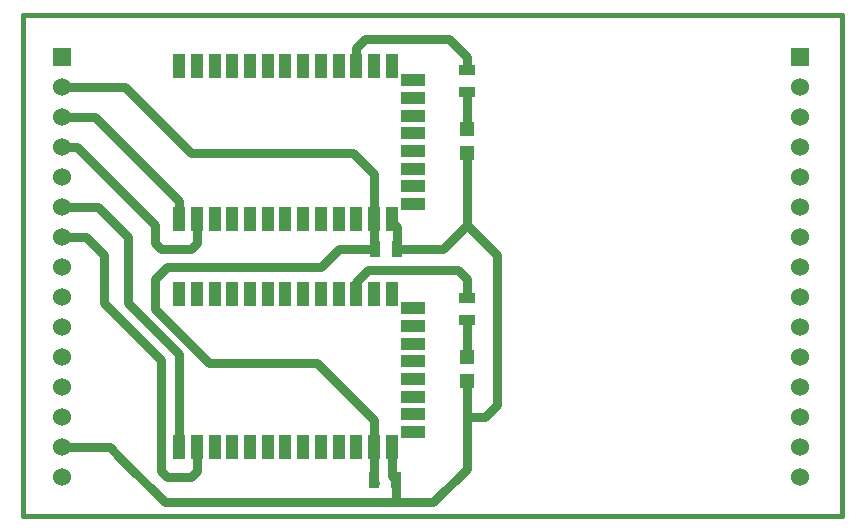
<source format=gtl>
G04 (created by PCBNEW-RS274X (2011-oct-15)-testing) date Qui 03 Nov 2011 22:48:38 WET*
G01*
G70*
G90*
%MOIN*%
G04 Gerber Fmt 3.4, Leading zero omitted, Abs format*
%FSLAX34Y34*%
G04 APERTURE LIST*
%ADD10C,0.006000*%
%ADD11C,0.015000*%
%ADD12C,0.060000*%
%ADD13R,0.060000X0.060000*%
%ADD14R,0.055000X0.035000*%
%ADD15R,0.047200X0.047200*%
%ADD16R,0.078700X0.039400*%
%ADD17R,0.039400X0.078700*%
%ADD18R,0.035000X0.055000*%
%ADD19C,0.031500*%
%ADD20C,0.023600*%
G04 APERTURE END LIST*
G54D10*
G54D11*
X00100Y16800D02*
X00100Y16600D01*
X27400Y16800D02*
X00100Y16800D01*
X27400Y16600D02*
X27400Y16800D01*
X27400Y00100D02*
X27400Y16600D01*
X27000Y00100D02*
X27400Y00100D01*
X27300Y00100D02*
X27000Y00100D01*
X00100Y16600D02*
X00100Y00100D01*
X00600Y00100D02*
X00100Y00100D01*
X00600Y00100D02*
X27100Y00100D01*
G54D12*
X01400Y10400D03*
X01400Y05400D03*
X01400Y04400D03*
X01400Y03400D03*
X01400Y02400D03*
X01400Y01400D03*
X01400Y11400D03*
X01400Y12400D03*
X01400Y13400D03*
X01400Y14400D03*
G54D13*
X01400Y15400D03*
G54D12*
X01400Y09400D03*
X01400Y08400D03*
X01400Y07400D03*
X01400Y06400D03*
X26000Y10400D03*
X26000Y05400D03*
X26000Y04400D03*
X26000Y03400D03*
X26000Y02400D03*
X26000Y01400D03*
X26000Y11400D03*
X26000Y12400D03*
X26000Y13400D03*
X26000Y14400D03*
G54D13*
X26000Y15400D03*
G54D12*
X26000Y09400D03*
X26000Y08400D03*
X26000Y07400D03*
X26000Y06400D03*
G54D14*
X14900Y07375D03*
X14900Y06625D03*
X14900Y14975D03*
X14900Y14225D03*
G54D15*
X14900Y05413D03*
X14900Y04587D03*
X14900Y13013D03*
X14900Y12187D03*
G54D16*
X13100Y02900D03*
X13100Y03491D03*
X13100Y04081D03*
X13100Y04672D03*
X13100Y05262D03*
X13100Y05853D03*
X13100Y06443D03*
X13100Y07034D03*
G54D17*
X05309Y02400D03*
X05899Y02400D03*
X06490Y02400D03*
X07080Y02400D03*
X07671Y02400D03*
X08261Y02400D03*
X08852Y02400D03*
X09443Y02400D03*
X10033Y02400D03*
X10624Y02400D03*
X11805Y02400D03*
X11214Y02400D03*
X12395Y02400D03*
X12395Y07518D03*
X11805Y07518D03*
X11214Y07518D03*
X10624Y07518D03*
X10033Y07518D03*
X09443Y07518D03*
X08852Y07518D03*
X08261Y07518D03*
X07671Y07518D03*
X07080Y07518D03*
X06490Y07518D03*
X05899Y07518D03*
X05309Y07518D03*
G54D16*
X13100Y10500D03*
X13100Y11091D03*
X13100Y11681D03*
X13100Y12272D03*
X13100Y12862D03*
X13100Y13453D03*
X13100Y14043D03*
X13100Y14634D03*
G54D17*
X05309Y10000D03*
X05899Y10000D03*
X06490Y10000D03*
X07080Y10000D03*
X07671Y10000D03*
X08261Y10000D03*
X08852Y10000D03*
X09443Y10000D03*
X10033Y10000D03*
X10624Y10000D03*
X11805Y10000D03*
X11214Y10000D03*
X12395Y10000D03*
X12395Y15118D03*
X11805Y15118D03*
X11214Y15118D03*
X10624Y15118D03*
X10033Y15118D03*
X09443Y15118D03*
X08852Y15118D03*
X08261Y15118D03*
X07671Y15118D03*
X07080Y15118D03*
X06490Y15118D03*
X05899Y15118D03*
X05309Y15118D03*
G54D18*
X11825Y09000D03*
X12575Y09000D03*
X11801Y01294D03*
X12551Y01294D03*
G54D19*
X11805Y01220D02*
X11825Y01200D01*
X09850Y08400D02*
X10050Y08400D01*
X10650Y09000D02*
X11825Y09000D01*
X10050Y08400D02*
X10650Y09000D01*
X11805Y10000D02*
X11805Y09020D01*
X11805Y09020D02*
X11825Y09000D01*
X11805Y02400D02*
X11805Y01298D01*
X11805Y01298D02*
X11801Y01294D01*
X01400Y14400D02*
X03500Y14400D01*
X03500Y14400D02*
X05700Y12200D01*
X05700Y12200D02*
X11100Y12200D01*
X11100Y12200D02*
X11805Y11495D01*
X11805Y11495D02*
X11805Y10000D01*
X11805Y03295D02*
X11805Y02400D01*
X09900Y05200D02*
X11805Y03295D01*
X06300Y05200D02*
X09900Y05200D01*
X04500Y07000D02*
X06300Y05200D01*
X04500Y08000D02*
X04500Y07000D01*
X04900Y08400D02*
X04500Y08000D01*
X09900Y08400D02*
X09850Y08400D01*
X09850Y08400D02*
X04900Y08400D01*
X01400Y13400D02*
X02500Y13400D01*
X05309Y10591D02*
X02500Y13400D01*
X05309Y10591D02*
X05309Y10000D01*
X01400Y12400D02*
X01900Y12400D01*
X01900Y12400D02*
X02300Y12000D01*
X05300Y09000D02*
X04700Y09000D01*
X05899Y09199D02*
X05700Y09000D01*
X05700Y09000D02*
X05300Y09000D01*
X05899Y10000D02*
X05899Y09199D01*
X04500Y09800D02*
X02300Y12000D01*
X04500Y09200D02*
X04500Y09800D01*
X04700Y09000D02*
X04500Y09200D01*
X02300Y12000D02*
X02300Y12000D01*
X05300Y05400D02*
X05300Y05500D01*
X05300Y05400D02*
X05300Y02409D01*
X05309Y02400D02*
X05300Y02409D01*
X02600Y10400D02*
X01400Y10400D01*
X03600Y09400D02*
X02600Y10400D01*
X03600Y07200D02*
X03600Y09400D01*
X05300Y05500D02*
X03600Y07200D01*
X04700Y05200D02*
X04700Y05300D01*
X05899Y01599D02*
X05700Y01400D01*
X05700Y01400D02*
X05100Y01400D01*
X05100Y01400D02*
X04900Y01400D01*
X04900Y01400D02*
X04700Y01600D01*
X04700Y01600D02*
X04700Y05200D01*
X05899Y02400D02*
X05899Y01599D01*
X02200Y09400D02*
X01400Y09400D01*
X02800Y08800D02*
X02200Y09400D01*
X02800Y07200D02*
X02800Y08800D01*
X04700Y05300D02*
X02800Y07200D01*
X14892Y01672D02*
X14892Y03508D01*
X12551Y00568D02*
X13788Y00568D01*
X14892Y01672D02*
X13788Y00568D01*
X14900Y03500D02*
X14900Y03400D01*
X14892Y03508D02*
X14900Y03500D01*
X12395Y10000D02*
X12395Y09905D01*
X12575Y09725D02*
X12575Y09000D01*
X12395Y09905D02*
X12575Y09725D01*
X12575Y09000D02*
X14100Y09000D01*
X14500Y09400D02*
X14900Y09800D01*
X14100Y09000D02*
X14500Y09400D01*
X12551Y01294D02*
X12551Y00568D01*
X01400Y02400D02*
X03000Y02400D01*
X03000Y02400D02*
X03348Y02052D01*
X04832Y00568D02*
X03348Y02052D01*
X12551Y00568D02*
X04832Y00568D01*
X12395Y02400D02*
X12395Y01450D01*
X12395Y01450D02*
X12551Y01294D01*
X15300Y03400D02*
X14900Y03400D01*
X14900Y03400D02*
X14942Y03400D01*
X14942Y03400D02*
X14900Y03400D01*
X15500Y03400D02*
X15300Y03400D01*
X15300Y03400D02*
X15100Y03400D01*
X15900Y03800D02*
X15500Y03400D01*
X15900Y08800D02*
X15900Y03800D01*
X14900Y09800D02*
X15900Y08800D01*
X14900Y09800D02*
X14900Y09800D01*
X14900Y12187D02*
X14900Y09800D01*
X14900Y03400D02*
X14900Y04587D01*
X14900Y06625D02*
X14900Y05600D01*
G54D20*
X14900Y05600D02*
X14900Y05413D01*
G54D19*
X11214Y07518D02*
X11214Y07914D01*
X14900Y08000D02*
X14900Y07375D01*
X14600Y08300D02*
X14900Y08000D01*
X11600Y08300D02*
X14600Y08300D01*
X11214Y07914D02*
X11600Y08300D01*
X14900Y14975D02*
X14900Y15400D01*
X11214Y15714D02*
X11214Y15118D01*
X11500Y16000D02*
X11214Y15714D01*
X14300Y16000D02*
X11500Y16000D01*
X14900Y15400D02*
X14300Y16000D01*
X14900Y14225D02*
X14900Y13013D01*
M02*

</source>
